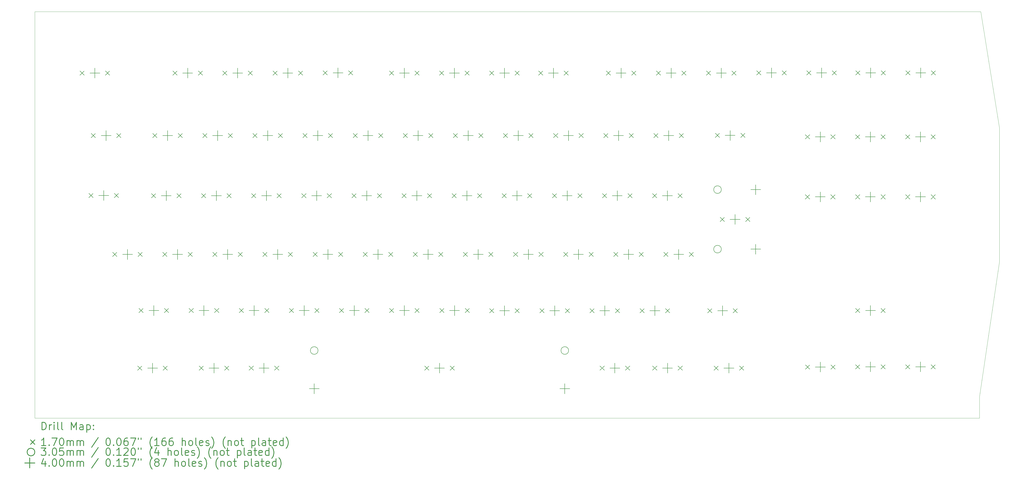
<source format=gbr>
%FSLAX45Y45*%
G04 Gerber Fmt 4.5, Leading zero omitted, Abs format (unit mm)*
G04 Created by KiCad (PCBNEW 5.1.6-c6e7f7d~87~ubuntu20.04.1) date 2020-07-24 11:55:57*
%MOMM*%
%LPD*%
G01*
G04 APERTURE LIST*
%TA.AperFunction,Profile*%
%ADD10C,0.050000*%
%TD*%
%ADD11C,0.200000*%
%ADD12C,0.300000*%
G04 APERTURE END LIST*
D10*
X2500000Y-22350000D02*
X2500000Y-21500000D01*
X40200000Y-21500000D02*
X40200000Y-22350000D01*
X41000000Y-16100000D02*
X40200000Y-21500000D01*
X41000000Y-10750000D02*
X41000000Y-16100000D01*
X40250000Y-6100000D02*
X41000000Y-10750000D01*
X2500000Y-22350000D02*
X40200000Y-22350000D01*
X40250000Y-6100000D02*
X2500000Y-6100000D01*
X2500000Y-6100000D02*
X2500000Y-21500000D01*
D11*
X29657000Y-10965000D02*
X29827000Y-11135000D01*
X29827000Y-10965000D02*
X29657000Y-11135000D01*
X30673000Y-10965000D02*
X30843000Y-11135000D01*
X30843000Y-10965000D02*
X30673000Y-11135000D01*
X33253000Y-11023000D02*
X33423000Y-11193000D01*
X33423000Y-11023000D02*
X33253000Y-11193000D01*
X34269000Y-11023000D02*
X34439000Y-11193000D01*
X34439000Y-11023000D02*
X34269000Y-11193000D01*
X13603000Y-15723000D02*
X13773000Y-15893000D01*
X13773000Y-15723000D02*
X13603000Y-15893000D01*
X14619000Y-15723000D02*
X14789000Y-15893000D01*
X14789000Y-15723000D02*
X14619000Y-15893000D01*
X17603000Y-15723000D02*
X17773000Y-15893000D01*
X17773000Y-15723000D02*
X17603000Y-15893000D01*
X18619000Y-15723000D02*
X18789000Y-15893000D01*
X18789000Y-15723000D02*
X18619000Y-15893000D01*
X23153000Y-13373000D02*
X23323000Y-13543000D01*
X23323000Y-13373000D02*
X23153000Y-13543000D01*
X24169000Y-13373000D02*
X24339000Y-13543000D01*
X24339000Y-13373000D02*
X24169000Y-13543000D01*
X13153000Y-13373000D02*
X13323000Y-13543000D01*
X13323000Y-13373000D02*
X13153000Y-13543000D01*
X14169000Y-13373000D02*
X14339000Y-13543000D01*
X14339000Y-13373000D02*
X14169000Y-13543000D01*
X6607000Y-20265000D02*
X6777000Y-20435000D01*
X6777000Y-20265000D02*
X6607000Y-20435000D01*
X7623000Y-20265000D02*
X7793000Y-20435000D01*
X7793000Y-20265000D02*
X7623000Y-20435000D01*
X20653000Y-17973000D02*
X20823000Y-18143000D01*
X20823000Y-17973000D02*
X20653000Y-18143000D01*
X21669000Y-17973000D02*
X21839000Y-18143000D01*
X21839000Y-17973000D02*
X21669000Y-18143000D01*
X27203000Y-10973000D02*
X27373000Y-11143000D01*
X27373000Y-10973000D02*
X27203000Y-11143000D01*
X28219000Y-10973000D02*
X28389000Y-11143000D01*
X28389000Y-10973000D02*
X28219000Y-11143000D01*
X11153000Y-13373000D02*
X11323000Y-13543000D01*
X11323000Y-13373000D02*
X11153000Y-13543000D01*
X12169000Y-13373000D02*
X12339000Y-13543000D01*
X12339000Y-13373000D02*
X12169000Y-13543000D01*
X10657000Y-17965000D02*
X10827000Y-18135000D01*
X10827000Y-17965000D02*
X10657000Y-18135000D01*
X11673000Y-17965000D02*
X11843000Y-18135000D01*
X11843000Y-17965000D02*
X11673000Y-18135000D01*
X15153000Y-13373000D02*
X15323000Y-13543000D01*
X15323000Y-13373000D02*
X15153000Y-13543000D01*
X16169000Y-13373000D02*
X16339000Y-13543000D01*
X16339000Y-13373000D02*
X16169000Y-13543000D01*
X29607000Y-20265000D02*
X29777000Y-20435000D01*
X29777000Y-20265000D02*
X29607000Y-20435000D01*
X30623000Y-20265000D02*
X30793000Y-20435000D01*
X30793000Y-20265000D02*
X30623000Y-20435000D01*
X7153000Y-13373000D02*
X7323000Y-13543000D01*
X7323000Y-13373000D02*
X7153000Y-13543000D01*
X8169000Y-13373000D02*
X8339000Y-13543000D01*
X8339000Y-13373000D02*
X8169000Y-13543000D01*
X8007000Y-8473000D02*
X8177000Y-8643000D01*
X8177000Y-8473000D02*
X8007000Y-8643000D01*
X9023000Y-8473000D02*
X9193000Y-8643000D01*
X9193000Y-8473000D02*
X9023000Y-8643000D01*
X4303000Y-8473000D02*
X4473000Y-8643000D01*
X4473000Y-8473000D02*
X4303000Y-8643000D01*
X5319000Y-8473000D02*
X5489000Y-8643000D01*
X5489000Y-8473000D02*
X5319000Y-8643000D01*
X9603000Y-15723000D02*
X9773000Y-15893000D01*
X9773000Y-15723000D02*
X9603000Y-15893000D01*
X10619000Y-15723000D02*
X10789000Y-15893000D01*
X10789000Y-15723000D02*
X10619000Y-15893000D01*
X21203000Y-10973000D02*
X21373000Y-11143000D01*
X21373000Y-10973000D02*
X21203000Y-11143000D01*
X22219000Y-10973000D02*
X22389000Y-11143000D01*
X22389000Y-10973000D02*
X22219000Y-11143000D01*
X23203000Y-10973000D02*
X23373000Y-11143000D01*
X23373000Y-10973000D02*
X23203000Y-11143000D01*
X24219000Y-10973000D02*
X24389000Y-11143000D01*
X24389000Y-10973000D02*
X24219000Y-11143000D01*
X12657000Y-17965000D02*
X12827000Y-18135000D01*
X12827000Y-17965000D02*
X12657000Y-18135000D01*
X13673000Y-17965000D02*
X13843000Y-18135000D01*
X13843000Y-17965000D02*
X13673000Y-18135000D01*
X37265000Y-8465000D02*
X37435000Y-8635000D01*
X37435000Y-8465000D02*
X37265000Y-8635000D01*
X38281000Y-8465000D02*
X38451000Y-8635000D01*
X38451000Y-8465000D02*
X38281000Y-8635000D01*
X37257000Y-20215000D02*
X37427000Y-20385000D01*
X37427000Y-20215000D02*
X37257000Y-20385000D01*
X38273000Y-20215000D02*
X38443000Y-20385000D01*
X38443000Y-20215000D02*
X38273000Y-20385000D01*
X33253000Y-13423000D02*
X33423000Y-13593000D01*
X33423000Y-13423000D02*
X33253000Y-13593000D01*
X34269000Y-13423000D02*
X34439000Y-13593000D01*
X34439000Y-13423000D02*
X34269000Y-13593000D01*
X18657000Y-17965000D02*
X18827000Y-18135000D01*
X18827000Y-17965000D02*
X18657000Y-18135000D01*
X19673000Y-17965000D02*
X19843000Y-18135000D01*
X19843000Y-17965000D02*
X19673000Y-18135000D01*
X33257000Y-20223000D02*
X33427000Y-20393000D01*
X33427000Y-20223000D02*
X33257000Y-20393000D01*
X34273000Y-20223000D02*
X34443000Y-20393000D01*
X34443000Y-20223000D02*
X34273000Y-20393000D01*
X4753000Y-10973000D02*
X4923000Y-11143000D01*
X4923000Y-10973000D02*
X4753000Y-11143000D01*
X5769000Y-10973000D02*
X5939000Y-11143000D01*
X5939000Y-10973000D02*
X5769000Y-11143000D01*
X5607000Y-15723000D02*
X5777000Y-15893000D01*
X5777000Y-15723000D02*
X5607000Y-15893000D01*
X6623000Y-15723000D02*
X6793000Y-15893000D01*
X6793000Y-15723000D02*
X6623000Y-15893000D01*
X15603000Y-15723000D02*
X15773000Y-15893000D01*
X15773000Y-15723000D02*
X15603000Y-15893000D01*
X16619000Y-15723000D02*
X16789000Y-15893000D01*
X16789000Y-15723000D02*
X16619000Y-15893000D01*
X35265000Y-8465000D02*
X35435000Y-8635000D01*
X35435000Y-8465000D02*
X35265000Y-8635000D01*
X36281000Y-8465000D02*
X36451000Y-8635000D01*
X36451000Y-8465000D02*
X36281000Y-8635000D01*
X27603000Y-15723000D02*
X27773000Y-15893000D01*
X27773000Y-15723000D02*
X27603000Y-15893000D01*
X28619000Y-15723000D02*
X28789000Y-15893000D01*
X28789000Y-15723000D02*
X28619000Y-15893000D01*
X25153000Y-13373000D02*
X25323000Y-13543000D01*
X25323000Y-13373000D02*
X25153000Y-13543000D01*
X26169000Y-13373000D02*
X26339000Y-13543000D01*
X26339000Y-13373000D02*
X26169000Y-13543000D01*
X9203000Y-10973000D02*
X9373000Y-11143000D01*
X9373000Y-10973000D02*
X9203000Y-11143000D01*
X10219000Y-10973000D02*
X10389000Y-11143000D01*
X10389000Y-10973000D02*
X10219000Y-11143000D01*
X24653000Y-17973000D02*
X24823000Y-18143000D01*
X24823000Y-17973000D02*
X24653000Y-18143000D01*
X25669000Y-17973000D02*
X25839000Y-18143000D01*
X25839000Y-17973000D02*
X25669000Y-18143000D01*
X26653000Y-17973000D02*
X26823000Y-18143000D01*
X26823000Y-17973000D02*
X26653000Y-18143000D01*
X27669000Y-17973000D02*
X27839000Y-18143000D01*
X27839000Y-17973000D02*
X27669000Y-18143000D01*
X15203000Y-10973000D02*
X15373000Y-11143000D01*
X15373000Y-10973000D02*
X15203000Y-11143000D01*
X16219000Y-10973000D02*
X16389000Y-11143000D01*
X16389000Y-10973000D02*
X16219000Y-11143000D01*
X19603000Y-15723000D02*
X19773000Y-15893000D01*
X19773000Y-15723000D02*
X19603000Y-15893000D01*
X20619000Y-15723000D02*
X20789000Y-15893000D01*
X20789000Y-15723000D02*
X20619000Y-15893000D01*
X4657000Y-13365000D02*
X4827000Y-13535000D01*
X4827000Y-13365000D02*
X4657000Y-13535000D01*
X5673000Y-13365000D02*
X5843000Y-13535000D01*
X5843000Y-13365000D02*
X5673000Y-13535000D01*
X37253000Y-13423000D02*
X37423000Y-13593000D01*
X37423000Y-13423000D02*
X37253000Y-13593000D01*
X38269000Y-13423000D02*
X38439000Y-13593000D01*
X38439000Y-13423000D02*
X38269000Y-13593000D01*
X17203000Y-10973000D02*
X17373000Y-11143000D01*
X17373000Y-10973000D02*
X17203000Y-11143000D01*
X18219000Y-10973000D02*
X18389000Y-11143000D01*
X18389000Y-10973000D02*
X18219000Y-11143000D01*
X35257000Y-17965000D02*
X35427000Y-18135000D01*
X35427000Y-17965000D02*
X35257000Y-18135000D01*
X36273000Y-17965000D02*
X36443000Y-18135000D01*
X36443000Y-17965000D02*
X36273000Y-18135000D01*
X18653000Y-8473000D02*
X18823000Y-8643000D01*
X18823000Y-8473000D02*
X18653000Y-8643000D01*
X19669000Y-8473000D02*
X19839000Y-8643000D01*
X19839000Y-8473000D02*
X19669000Y-8643000D01*
X20653000Y-8473000D02*
X20823000Y-8643000D01*
X20823000Y-8473000D02*
X20653000Y-8643000D01*
X21669000Y-8473000D02*
X21839000Y-8643000D01*
X21839000Y-8473000D02*
X21669000Y-8643000D01*
X11203000Y-10973000D02*
X11373000Y-11143000D01*
X11373000Y-10973000D02*
X11203000Y-11143000D01*
X12219000Y-10973000D02*
X12389000Y-11143000D01*
X12389000Y-10973000D02*
X12219000Y-11143000D01*
X25303000Y-8473000D02*
X25473000Y-8643000D01*
X25473000Y-8473000D02*
X25303000Y-8643000D01*
X26319000Y-8473000D02*
X26489000Y-8643000D01*
X26489000Y-8473000D02*
X26319000Y-8643000D01*
X22603000Y-8473000D02*
X22773000Y-8643000D01*
X22773000Y-8473000D02*
X22603000Y-8643000D01*
X23619000Y-8473000D02*
X23789000Y-8643000D01*
X23789000Y-8473000D02*
X23619000Y-8643000D01*
X16657000Y-17965000D02*
X16827000Y-18135000D01*
X16827000Y-17965000D02*
X16657000Y-18135000D01*
X17673000Y-17965000D02*
X17843000Y-18135000D01*
X17843000Y-17965000D02*
X17673000Y-18135000D01*
X31307000Y-8465000D02*
X31477000Y-8635000D01*
X31477000Y-8465000D02*
X31307000Y-8635000D01*
X32323000Y-8465000D02*
X32493000Y-8635000D01*
X32493000Y-8465000D02*
X32323000Y-8635000D01*
X7207000Y-10973000D02*
X7377000Y-11143000D01*
X7377000Y-10973000D02*
X7207000Y-11143000D01*
X8223000Y-10973000D02*
X8393000Y-11143000D01*
X8393000Y-10973000D02*
X8223000Y-11143000D01*
X16657000Y-8473000D02*
X16827000Y-8643000D01*
X16827000Y-8473000D02*
X16657000Y-8643000D01*
X17673000Y-8473000D02*
X17843000Y-8643000D01*
X17843000Y-8473000D02*
X17673000Y-8643000D01*
X27157000Y-20265000D02*
X27327000Y-20435000D01*
X27327000Y-20265000D02*
X27157000Y-20435000D01*
X28173000Y-20265000D02*
X28343000Y-20435000D01*
X28343000Y-20265000D02*
X28173000Y-20435000D01*
X35253000Y-11023000D02*
X35423000Y-11193000D01*
X35423000Y-11023000D02*
X35253000Y-11193000D01*
X36269000Y-11023000D02*
X36439000Y-11193000D01*
X36439000Y-11023000D02*
X36269000Y-11193000D01*
X8657000Y-17965000D02*
X8827000Y-18135000D01*
X8827000Y-17965000D02*
X8657000Y-18135000D01*
X9673000Y-17965000D02*
X9843000Y-18135000D01*
X9843000Y-17965000D02*
X9673000Y-18135000D01*
X33307000Y-8465000D02*
X33477000Y-8635000D01*
X33477000Y-8465000D02*
X33307000Y-8635000D01*
X34323000Y-8465000D02*
X34493000Y-8635000D01*
X34493000Y-8465000D02*
X34323000Y-8635000D01*
X21603000Y-15723000D02*
X21773000Y-15893000D01*
X21773000Y-15723000D02*
X21603000Y-15893000D01*
X22619000Y-15723000D02*
X22789000Y-15893000D01*
X22789000Y-15723000D02*
X22619000Y-15893000D01*
X11053000Y-20265000D02*
X11223000Y-20435000D01*
X11223000Y-20265000D02*
X11053000Y-20435000D01*
X12069000Y-20265000D02*
X12239000Y-20435000D01*
X12239000Y-20265000D02*
X12069000Y-20435000D01*
X27153000Y-13373000D02*
X27323000Y-13543000D01*
X27323000Y-13373000D02*
X27153000Y-13543000D01*
X28169000Y-13373000D02*
X28339000Y-13543000D01*
X28339000Y-13373000D02*
X28169000Y-13543000D01*
X7603000Y-15723000D02*
X7773000Y-15893000D01*
X7773000Y-15723000D02*
X7603000Y-15893000D01*
X8619000Y-15723000D02*
X8789000Y-15893000D01*
X8789000Y-15723000D02*
X8619000Y-15893000D01*
X29853000Y-14323000D02*
X30023000Y-14493000D01*
X30023000Y-14323000D02*
X29853000Y-14493000D01*
X30869000Y-14323000D02*
X31039000Y-14493000D01*
X31039000Y-14323000D02*
X30869000Y-14493000D01*
X12003000Y-8473000D02*
X12173000Y-8643000D01*
X12173000Y-8473000D02*
X12003000Y-8643000D01*
X13019000Y-8473000D02*
X13189000Y-8643000D01*
X13189000Y-8473000D02*
X13019000Y-8643000D01*
X14007000Y-8465000D02*
X14177000Y-8635000D01*
X14177000Y-8465000D02*
X14007000Y-8635000D01*
X15023000Y-8465000D02*
X15193000Y-8635000D01*
X15193000Y-8465000D02*
X15023000Y-8635000D01*
X19203000Y-10973000D02*
X19373000Y-11143000D01*
X19373000Y-10973000D02*
X19203000Y-11143000D01*
X20219000Y-10973000D02*
X20389000Y-11143000D01*
X20389000Y-10973000D02*
X20219000Y-11143000D01*
X25057000Y-20265000D02*
X25227000Y-20435000D01*
X25227000Y-20265000D02*
X25057000Y-20435000D01*
X26073000Y-20265000D02*
X26243000Y-20435000D01*
X26243000Y-20265000D02*
X26073000Y-20435000D01*
X37253000Y-11023000D02*
X37423000Y-11193000D01*
X37423000Y-11023000D02*
X37253000Y-11193000D01*
X38269000Y-11023000D02*
X38439000Y-11193000D01*
X38439000Y-11023000D02*
X38269000Y-11193000D01*
X29307000Y-8473000D02*
X29477000Y-8643000D01*
X29477000Y-8473000D02*
X29307000Y-8643000D01*
X30323000Y-8473000D02*
X30493000Y-8643000D01*
X30493000Y-8473000D02*
X30323000Y-8643000D01*
X29357000Y-17973000D02*
X29527000Y-18143000D01*
X29527000Y-17973000D02*
X29357000Y-18143000D01*
X30373000Y-17973000D02*
X30543000Y-18143000D01*
X30543000Y-17973000D02*
X30373000Y-18143000D01*
X27303000Y-8473000D02*
X27473000Y-8643000D01*
X27473000Y-8473000D02*
X27303000Y-8643000D01*
X28319000Y-8473000D02*
X28489000Y-8643000D01*
X28489000Y-8473000D02*
X28319000Y-8643000D01*
X9153000Y-13373000D02*
X9323000Y-13543000D01*
X9323000Y-13373000D02*
X9153000Y-13543000D01*
X10169000Y-13373000D02*
X10339000Y-13543000D01*
X10339000Y-13373000D02*
X10169000Y-13543000D01*
X19153000Y-13373000D02*
X19323000Y-13543000D01*
X19323000Y-13373000D02*
X19153000Y-13543000D01*
X20169000Y-13373000D02*
X20339000Y-13543000D01*
X20339000Y-13373000D02*
X20169000Y-13543000D01*
X25203000Y-10973000D02*
X25373000Y-11143000D01*
X25373000Y-10973000D02*
X25203000Y-11143000D01*
X26219000Y-10973000D02*
X26389000Y-11143000D01*
X26389000Y-10973000D02*
X26219000Y-11143000D01*
X35253000Y-13423000D02*
X35423000Y-13593000D01*
X35423000Y-13423000D02*
X35253000Y-13593000D01*
X36269000Y-13423000D02*
X36439000Y-13593000D01*
X36439000Y-13423000D02*
X36269000Y-13593000D01*
X18057000Y-20265000D02*
X18227000Y-20435000D01*
X18227000Y-20265000D02*
X18057000Y-20435000D01*
X19073000Y-20265000D02*
X19243000Y-20435000D01*
X19243000Y-20265000D02*
X19073000Y-20435000D01*
X14657000Y-17965000D02*
X14827000Y-18135000D01*
X14827000Y-17965000D02*
X14657000Y-18135000D01*
X15673000Y-17965000D02*
X15843000Y-18135000D01*
X15843000Y-17965000D02*
X15673000Y-18135000D01*
X23603000Y-15723000D02*
X23773000Y-15893000D01*
X23773000Y-15723000D02*
X23603000Y-15893000D01*
X24619000Y-15723000D02*
X24789000Y-15893000D01*
X24789000Y-15723000D02*
X24619000Y-15893000D01*
X22653000Y-17973000D02*
X22823000Y-18143000D01*
X22823000Y-17973000D02*
X22653000Y-18143000D01*
X23669000Y-17973000D02*
X23839000Y-18143000D01*
X23839000Y-17973000D02*
X23669000Y-18143000D01*
X9057000Y-20265000D02*
X9227000Y-20435000D01*
X9227000Y-20265000D02*
X9057000Y-20435000D01*
X10073000Y-20265000D02*
X10243000Y-20435000D01*
X10243000Y-20265000D02*
X10073000Y-20435000D01*
X6657000Y-17965000D02*
X6827000Y-18135000D01*
X6827000Y-17965000D02*
X6657000Y-18135000D01*
X7673000Y-17965000D02*
X7843000Y-18135000D01*
X7843000Y-17965000D02*
X7673000Y-18135000D01*
X13203000Y-10973000D02*
X13373000Y-11143000D01*
X13373000Y-10973000D02*
X13203000Y-11143000D01*
X14219000Y-10973000D02*
X14389000Y-11143000D01*
X14389000Y-10973000D02*
X14219000Y-11143000D01*
X25603000Y-15723000D02*
X25773000Y-15893000D01*
X25773000Y-15723000D02*
X25603000Y-15893000D01*
X26619000Y-15723000D02*
X26789000Y-15893000D01*
X26789000Y-15723000D02*
X26619000Y-15893000D01*
X17153000Y-13373000D02*
X17323000Y-13543000D01*
X17323000Y-13373000D02*
X17153000Y-13543000D01*
X18169000Y-13373000D02*
X18339000Y-13543000D01*
X18339000Y-13373000D02*
X18169000Y-13543000D01*
X35257000Y-20215000D02*
X35427000Y-20385000D01*
X35427000Y-20215000D02*
X35257000Y-20385000D01*
X36273000Y-20215000D02*
X36443000Y-20385000D01*
X36443000Y-20215000D02*
X36273000Y-20385000D01*
X11603000Y-15723000D02*
X11773000Y-15893000D01*
X11773000Y-15723000D02*
X11603000Y-15893000D01*
X12619000Y-15723000D02*
X12789000Y-15893000D01*
X12789000Y-15723000D02*
X12619000Y-15893000D01*
X21153000Y-13373000D02*
X21323000Y-13543000D01*
X21323000Y-13373000D02*
X21153000Y-13543000D01*
X22169000Y-13373000D02*
X22339000Y-13543000D01*
X22339000Y-13373000D02*
X22169000Y-13543000D01*
X10003000Y-8473000D02*
X10173000Y-8643000D01*
X10173000Y-8473000D02*
X10003000Y-8643000D01*
X11019000Y-8473000D02*
X11189000Y-8643000D01*
X11189000Y-8473000D02*
X11019000Y-8643000D01*
X29898500Y-13218000D02*
G75*
G03*
X29898500Y-13218000I-152500J0D01*
G01*
X29898500Y-15598000D02*
G75*
G03*
X29898500Y-15598000I-152500J0D01*
G01*
X13802500Y-19650000D02*
G75*
G03*
X13802500Y-19650000I-152500J0D01*
G01*
X23802500Y-19650000D02*
G75*
G03*
X23802500Y-19650000I-152500J0D01*
G01*
X31900000Y-8350000D02*
X31900000Y-8750000D01*
X31700000Y-8550000D02*
X32100000Y-8550000D01*
X7800000Y-10858000D02*
X7800000Y-11258000D01*
X7600000Y-11058000D02*
X8000000Y-11058000D01*
X17250000Y-8358000D02*
X17250000Y-8758000D01*
X17050000Y-8558000D02*
X17450000Y-8558000D01*
X27750000Y-20150000D02*
X27750000Y-20550000D01*
X27550000Y-20350000D02*
X27950000Y-20350000D01*
X35846000Y-10908000D02*
X35846000Y-11308000D01*
X35646000Y-11108000D02*
X36046000Y-11108000D01*
X9250000Y-17850000D02*
X9250000Y-18250000D01*
X9050000Y-18050000D02*
X9450000Y-18050000D01*
X33900000Y-8350000D02*
X33900000Y-8750000D01*
X33700000Y-8550000D02*
X34100000Y-8550000D01*
X22196000Y-15608000D02*
X22196000Y-16008000D01*
X21996000Y-15808000D02*
X22396000Y-15808000D01*
X11646000Y-20150000D02*
X11646000Y-20550000D01*
X11446000Y-20350000D02*
X11846000Y-20350000D01*
X27746000Y-13258000D02*
X27746000Y-13658000D01*
X27546000Y-13458000D02*
X27946000Y-13458000D01*
X8196000Y-15608000D02*
X8196000Y-16008000D01*
X7996000Y-15808000D02*
X8396000Y-15808000D01*
X30446000Y-14208000D02*
X30446000Y-14608000D01*
X30246000Y-14408000D02*
X30646000Y-14408000D01*
X31270000Y-13018000D02*
X31270000Y-13418000D01*
X31070000Y-13218000D02*
X31470000Y-13218000D01*
X31270000Y-15398000D02*
X31270000Y-15798000D01*
X31070000Y-15598000D02*
X31470000Y-15598000D01*
X12596000Y-8358000D02*
X12596000Y-8758000D01*
X12396000Y-8558000D02*
X12796000Y-8558000D01*
X14600000Y-8350000D02*
X14600000Y-8750000D01*
X14400000Y-8550000D02*
X14800000Y-8550000D01*
X19796000Y-10858000D02*
X19796000Y-11258000D01*
X19596000Y-11058000D02*
X19996000Y-11058000D01*
X25650000Y-20150000D02*
X25650000Y-20550000D01*
X25450000Y-20350000D02*
X25850000Y-20350000D01*
X37846000Y-10908000D02*
X37846000Y-11308000D01*
X37646000Y-11108000D02*
X38046000Y-11108000D01*
X29900000Y-8358000D02*
X29900000Y-8758000D01*
X29700000Y-8558000D02*
X30100000Y-8558000D01*
X29950000Y-17858000D02*
X29950000Y-18258000D01*
X29750000Y-18058000D02*
X30150000Y-18058000D01*
X27896000Y-8358000D02*
X27896000Y-8758000D01*
X27696000Y-8558000D02*
X28096000Y-8558000D01*
X9746000Y-13258000D02*
X9746000Y-13658000D01*
X9546000Y-13458000D02*
X9946000Y-13458000D01*
X19746000Y-13258000D02*
X19746000Y-13658000D01*
X19546000Y-13458000D02*
X19946000Y-13458000D01*
X25796000Y-10858000D02*
X25796000Y-11258000D01*
X25596000Y-11058000D02*
X25996000Y-11058000D01*
X35846000Y-13308000D02*
X35846000Y-13708000D01*
X35646000Y-13508000D02*
X36046000Y-13508000D01*
X13650000Y-20974000D02*
X13650000Y-21374000D01*
X13450000Y-21174000D02*
X13850000Y-21174000D01*
X18650000Y-20150000D02*
X18650000Y-20550000D01*
X18450000Y-20350000D02*
X18850000Y-20350000D01*
X23650000Y-20974000D02*
X23650000Y-21374000D01*
X23450000Y-21174000D02*
X23850000Y-21174000D01*
X15250000Y-17850000D02*
X15250000Y-18250000D01*
X15050000Y-18050000D02*
X15450000Y-18050000D01*
X24196000Y-15608000D02*
X24196000Y-16008000D01*
X23996000Y-15808000D02*
X24396000Y-15808000D01*
X23246000Y-17858000D02*
X23246000Y-18258000D01*
X23046000Y-18058000D02*
X23446000Y-18058000D01*
X9650000Y-20150000D02*
X9650000Y-20550000D01*
X9450000Y-20350000D02*
X9850000Y-20350000D01*
X7250000Y-17850000D02*
X7250000Y-18250000D01*
X7050000Y-18050000D02*
X7450000Y-18050000D01*
X13796000Y-10858000D02*
X13796000Y-11258000D01*
X13596000Y-11058000D02*
X13996000Y-11058000D01*
X26196000Y-15608000D02*
X26196000Y-16008000D01*
X25996000Y-15808000D02*
X26396000Y-15808000D01*
X17746000Y-13258000D02*
X17746000Y-13658000D01*
X17546000Y-13458000D02*
X17946000Y-13458000D01*
X35850000Y-20100000D02*
X35850000Y-20500000D01*
X35650000Y-20300000D02*
X36050000Y-20300000D01*
X12196000Y-15608000D02*
X12196000Y-16008000D01*
X11996000Y-15808000D02*
X12396000Y-15808000D01*
X21746000Y-13258000D02*
X21746000Y-13658000D01*
X21546000Y-13458000D02*
X21946000Y-13458000D01*
X10596000Y-8358000D02*
X10596000Y-8758000D01*
X10396000Y-8558000D02*
X10796000Y-8558000D01*
X30250000Y-10850000D02*
X30250000Y-11250000D01*
X30050000Y-11050000D02*
X30450000Y-11050000D01*
X33846000Y-10908000D02*
X33846000Y-11308000D01*
X33646000Y-11108000D02*
X34046000Y-11108000D01*
X14196000Y-15608000D02*
X14196000Y-16008000D01*
X13996000Y-15808000D02*
X14396000Y-15808000D01*
X18196000Y-15608000D02*
X18196000Y-16008000D01*
X17996000Y-15808000D02*
X18396000Y-15808000D01*
X23746000Y-13258000D02*
X23746000Y-13658000D01*
X23546000Y-13458000D02*
X23946000Y-13458000D01*
X13746000Y-13258000D02*
X13746000Y-13658000D01*
X13546000Y-13458000D02*
X13946000Y-13458000D01*
X7200000Y-20150000D02*
X7200000Y-20550000D01*
X7000000Y-20350000D02*
X7400000Y-20350000D01*
X21246000Y-17858000D02*
X21246000Y-18258000D01*
X21046000Y-18058000D02*
X21446000Y-18058000D01*
X27796000Y-10858000D02*
X27796000Y-11258000D01*
X27596000Y-11058000D02*
X27996000Y-11058000D01*
X11746000Y-13258000D02*
X11746000Y-13658000D01*
X11546000Y-13458000D02*
X11946000Y-13458000D01*
X11250000Y-17850000D02*
X11250000Y-18250000D01*
X11050000Y-18050000D02*
X11450000Y-18050000D01*
X15746000Y-13258000D02*
X15746000Y-13658000D01*
X15546000Y-13458000D02*
X15946000Y-13458000D01*
X30200000Y-20150000D02*
X30200000Y-20550000D01*
X30000000Y-20350000D02*
X30400000Y-20350000D01*
X7746000Y-13258000D02*
X7746000Y-13658000D01*
X7546000Y-13458000D02*
X7946000Y-13458000D01*
X8600000Y-8358000D02*
X8600000Y-8758000D01*
X8400000Y-8558000D02*
X8800000Y-8558000D01*
X4896000Y-8358000D02*
X4896000Y-8758000D01*
X4696000Y-8558000D02*
X5096000Y-8558000D01*
X10196000Y-15608000D02*
X10196000Y-16008000D01*
X9996000Y-15808000D02*
X10396000Y-15808000D01*
X21796000Y-10858000D02*
X21796000Y-11258000D01*
X21596000Y-11058000D02*
X21996000Y-11058000D01*
X23796000Y-10858000D02*
X23796000Y-11258000D01*
X23596000Y-11058000D02*
X23996000Y-11058000D01*
X13250000Y-17850000D02*
X13250000Y-18250000D01*
X13050000Y-18050000D02*
X13450000Y-18050000D01*
X37858000Y-8350000D02*
X37858000Y-8750000D01*
X37658000Y-8550000D02*
X38058000Y-8550000D01*
X37850000Y-20100000D02*
X37850000Y-20500000D01*
X37650000Y-20300000D02*
X38050000Y-20300000D01*
X33846000Y-13308000D02*
X33846000Y-13708000D01*
X33646000Y-13508000D02*
X34046000Y-13508000D01*
X19250000Y-17850000D02*
X19250000Y-18250000D01*
X19050000Y-18050000D02*
X19450000Y-18050000D01*
X33850000Y-20108000D02*
X33850000Y-20508000D01*
X33650000Y-20308000D02*
X34050000Y-20308000D01*
X5346000Y-10858000D02*
X5346000Y-11258000D01*
X5146000Y-11058000D02*
X5546000Y-11058000D01*
X6200000Y-15608000D02*
X6200000Y-16008000D01*
X6000000Y-15808000D02*
X6400000Y-15808000D01*
X16196000Y-15608000D02*
X16196000Y-16008000D01*
X15996000Y-15808000D02*
X16396000Y-15808000D01*
X35858000Y-8350000D02*
X35858000Y-8750000D01*
X35658000Y-8550000D02*
X36058000Y-8550000D01*
X28196000Y-15608000D02*
X28196000Y-16008000D01*
X27996000Y-15808000D02*
X28396000Y-15808000D01*
X25746000Y-13258000D02*
X25746000Y-13658000D01*
X25546000Y-13458000D02*
X25946000Y-13458000D01*
X9796000Y-10858000D02*
X9796000Y-11258000D01*
X9596000Y-11058000D02*
X9996000Y-11058000D01*
X25246000Y-17858000D02*
X25246000Y-18258000D01*
X25046000Y-18058000D02*
X25446000Y-18058000D01*
X27246000Y-17858000D02*
X27246000Y-18258000D01*
X27046000Y-18058000D02*
X27446000Y-18058000D01*
X15796000Y-10858000D02*
X15796000Y-11258000D01*
X15596000Y-11058000D02*
X15996000Y-11058000D01*
X20196000Y-15608000D02*
X20196000Y-16008000D01*
X19996000Y-15808000D02*
X20396000Y-15808000D01*
X5250000Y-13250000D02*
X5250000Y-13650000D01*
X5050000Y-13450000D02*
X5450000Y-13450000D01*
X37846000Y-13308000D02*
X37846000Y-13708000D01*
X37646000Y-13508000D02*
X38046000Y-13508000D01*
X17796000Y-10858000D02*
X17796000Y-11258000D01*
X17596000Y-11058000D02*
X17996000Y-11058000D01*
X35850000Y-17850000D02*
X35850000Y-18250000D01*
X35650000Y-18050000D02*
X36050000Y-18050000D01*
X19246000Y-8358000D02*
X19246000Y-8758000D01*
X19046000Y-8558000D02*
X19446000Y-8558000D01*
X21246000Y-8358000D02*
X21246000Y-8758000D01*
X21046000Y-8558000D02*
X21446000Y-8558000D01*
X11796000Y-10858000D02*
X11796000Y-11258000D01*
X11596000Y-11058000D02*
X11996000Y-11058000D01*
X25896000Y-8358000D02*
X25896000Y-8758000D01*
X25696000Y-8558000D02*
X26096000Y-8558000D01*
X23196000Y-8358000D02*
X23196000Y-8758000D01*
X22996000Y-8558000D02*
X23396000Y-8558000D01*
X17250000Y-17850000D02*
X17250000Y-18250000D01*
X17050000Y-18050000D02*
X17450000Y-18050000D01*
D12*
X2783928Y-22818214D02*
X2783928Y-22518214D01*
X2855357Y-22518214D01*
X2898214Y-22532500D01*
X2926786Y-22561071D01*
X2941071Y-22589643D01*
X2955357Y-22646786D01*
X2955357Y-22689643D01*
X2941071Y-22746786D01*
X2926786Y-22775357D01*
X2898214Y-22803929D01*
X2855357Y-22818214D01*
X2783928Y-22818214D01*
X3083928Y-22818214D02*
X3083928Y-22618214D01*
X3083928Y-22675357D02*
X3098214Y-22646786D01*
X3112500Y-22632500D01*
X3141071Y-22618214D01*
X3169643Y-22618214D01*
X3269643Y-22818214D02*
X3269643Y-22618214D01*
X3269643Y-22518214D02*
X3255357Y-22532500D01*
X3269643Y-22546786D01*
X3283928Y-22532500D01*
X3269643Y-22518214D01*
X3269643Y-22546786D01*
X3455357Y-22818214D02*
X3426786Y-22803929D01*
X3412500Y-22775357D01*
X3412500Y-22518214D01*
X3612500Y-22818214D02*
X3583928Y-22803929D01*
X3569643Y-22775357D01*
X3569643Y-22518214D01*
X3955357Y-22818214D02*
X3955357Y-22518214D01*
X4055357Y-22732500D01*
X4155357Y-22518214D01*
X4155357Y-22818214D01*
X4426786Y-22818214D02*
X4426786Y-22661071D01*
X4412500Y-22632500D01*
X4383928Y-22618214D01*
X4326786Y-22618214D01*
X4298214Y-22632500D01*
X4426786Y-22803929D02*
X4398214Y-22818214D01*
X4326786Y-22818214D01*
X4298214Y-22803929D01*
X4283928Y-22775357D01*
X4283928Y-22746786D01*
X4298214Y-22718214D01*
X4326786Y-22703929D01*
X4398214Y-22703929D01*
X4426786Y-22689643D01*
X4569643Y-22618214D02*
X4569643Y-22918214D01*
X4569643Y-22632500D02*
X4598214Y-22618214D01*
X4655357Y-22618214D01*
X4683928Y-22632500D01*
X4698214Y-22646786D01*
X4712500Y-22675357D01*
X4712500Y-22761071D01*
X4698214Y-22789643D01*
X4683928Y-22803929D01*
X4655357Y-22818214D01*
X4598214Y-22818214D01*
X4569643Y-22803929D01*
X4841071Y-22789643D02*
X4855357Y-22803929D01*
X4841071Y-22818214D01*
X4826786Y-22803929D01*
X4841071Y-22789643D01*
X4841071Y-22818214D01*
X4841071Y-22632500D02*
X4855357Y-22646786D01*
X4841071Y-22661071D01*
X4826786Y-22646786D01*
X4841071Y-22632500D01*
X4841071Y-22661071D01*
X2327500Y-23227500D02*
X2497500Y-23397500D01*
X2497500Y-23227500D02*
X2327500Y-23397500D01*
X2941071Y-23448214D02*
X2769643Y-23448214D01*
X2855357Y-23448214D02*
X2855357Y-23148214D01*
X2826786Y-23191071D01*
X2798214Y-23219643D01*
X2769643Y-23233929D01*
X3069643Y-23419643D02*
X3083928Y-23433929D01*
X3069643Y-23448214D01*
X3055357Y-23433929D01*
X3069643Y-23419643D01*
X3069643Y-23448214D01*
X3183928Y-23148214D02*
X3383928Y-23148214D01*
X3255357Y-23448214D01*
X3555357Y-23148214D02*
X3583928Y-23148214D01*
X3612500Y-23162500D01*
X3626786Y-23176786D01*
X3641071Y-23205357D01*
X3655357Y-23262500D01*
X3655357Y-23333929D01*
X3641071Y-23391071D01*
X3626786Y-23419643D01*
X3612500Y-23433929D01*
X3583928Y-23448214D01*
X3555357Y-23448214D01*
X3526786Y-23433929D01*
X3512500Y-23419643D01*
X3498214Y-23391071D01*
X3483928Y-23333929D01*
X3483928Y-23262500D01*
X3498214Y-23205357D01*
X3512500Y-23176786D01*
X3526786Y-23162500D01*
X3555357Y-23148214D01*
X3783928Y-23448214D02*
X3783928Y-23248214D01*
X3783928Y-23276786D02*
X3798214Y-23262500D01*
X3826786Y-23248214D01*
X3869643Y-23248214D01*
X3898214Y-23262500D01*
X3912500Y-23291071D01*
X3912500Y-23448214D01*
X3912500Y-23291071D02*
X3926786Y-23262500D01*
X3955357Y-23248214D01*
X3998214Y-23248214D01*
X4026786Y-23262500D01*
X4041071Y-23291071D01*
X4041071Y-23448214D01*
X4183928Y-23448214D02*
X4183928Y-23248214D01*
X4183928Y-23276786D02*
X4198214Y-23262500D01*
X4226786Y-23248214D01*
X4269643Y-23248214D01*
X4298214Y-23262500D01*
X4312500Y-23291071D01*
X4312500Y-23448214D01*
X4312500Y-23291071D02*
X4326786Y-23262500D01*
X4355357Y-23248214D01*
X4398214Y-23248214D01*
X4426786Y-23262500D01*
X4441071Y-23291071D01*
X4441071Y-23448214D01*
X5026786Y-23133929D02*
X4769643Y-23519643D01*
X5412500Y-23148214D02*
X5441071Y-23148214D01*
X5469643Y-23162500D01*
X5483928Y-23176786D01*
X5498214Y-23205357D01*
X5512500Y-23262500D01*
X5512500Y-23333929D01*
X5498214Y-23391071D01*
X5483928Y-23419643D01*
X5469643Y-23433929D01*
X5441071Y-23448214D01*
X5412500Y-23448214D01*
X5383928Y-23433929D01*
X5369643Y-23419643D01*
X5355357Y-23391071D01*
X5341071Y-23333929D01*
X5341071Y-23262500D01*
X5355357Y-23205357D01*
X5369643Y-23176786D01*
X5383928Y-23162500D01*
X5412500Y-23148214D01*
X5641071Y-23419643D02*
X5655357Y-23433929D01*
X5641071Y-23448214D01*
X5626786Y-23433929D01*
X5641071Y-23419643D01*
X5641071Y-23448214D01*
X5841071Y-23148214D02*
X5869643Y-23148214D01*
X5898214Y-23162500D01*
X5912500Y-23176786D01*
X5926786Y-23205357D01*
X5941071Y-23262500D01*
X5941071Y-23333929D01*
X5926786Y-23391071D01*
X5912500Y-23419643D01*
X5898214Y-23433929D01*
X5869643Y-23448214D01*
X5841071Y-23448214D01*
X5812500Y-23433929D01*
X5798214Y-23419643D01*
X5783928Y-23391071D01*
X5769643Y-23333929D01*
X5769643Y-23262500D01*
X5783928Y-23205357D01*
X5798214Y-23176786D01*
X5812500Y-23162500D01*
X5841071Y-23148214D01*
X6198214Y-23148214D02*
X6141071Y-23148214D01*
X6112500Y-23162500D01*
X6098214Y-23176786D01*
X6069643Y-23219643D01*
X6055357Y-23276786D01*
X6055357Y-23391071D01*
X6069643Y-23419643D01*
X6083928Y-23433929D01*
X6112500Y-23448214D01*
X6169643Y-23448214D01*
X6198214Y-23433929D01*
X6212500Y-23419643D01*
X6226786Y-23391071D01*
X6226786Y-23319643D01*
X6212500Y-23291071D01*
X6198214Y-23276786D01*
X6169643Y-23262500D01*
X6112500Y-23262500D01*
X6083928Y-23276786D01*
X6069643Y-23291071D01*
X6055357Y-23319643D01*
X6326786Y-23148214D02*
X6526786Y-23148214D01*
X6398214Y-23448214D01*
X6626786Y-23148214D02*
X6626786Y-23205357D01*
X6741071Y-23148214D02*
X6741071Y-23205357D01*
X7183928Y-23562500D02*
X7169643Y-23548214D01*
X7141071Y-23505357D01*
X7126786Y-23476786D01*
X7112500Y-23433929D01*
X7098214Y-23362500D01*
X7098214Y-23305357D01*
X7112500Y-23233929D01*
X7126786Y-23191071D01*
X7141071Y-23162500D01*
X7169643Y-23119643D01*
X7183928Y-23105357D01*
X7455357Y-23448214D02*
X7283928Y-23448214D01*
X7369643Y-23448214D02*
X7369643Y-23148214D01*
X7341071Y-23191071D01*
X7312500Y-23219643D01*
X7283928Y-23233929D01*
X7712500Y-23148214D02*
X7655357Y-23148214D01*
X7626786Y-23162500D01*
X7612500Y-23176786D01*
X7583928Y-23219643D01*
X7569643Y-23276786D01*
X7569643Y-23391071D01*
X7583928Y-23419643D01*
X7598214Y-23433929D01*
X7626786Y-23448214D01*
X7683928Y-23448214D01*
X7712500Y-23433929D01*
X7726786Y-23419643D01*
X7741071Y-23391071D01*
X7741071Y-23319643D01*
X7726786Y-23291071D01*
X7712500Y-23276786D01*
X7683928Y-23262500D01*
X7626786Y-23262500D01*
X7598214Y-23276786D01*
X7583928Y-23291071D01*
X7569643Y-23319643D01*
X7998214Y-23148214D02*
X7941071Y-23148214D01*
X7912500Y-23162500D01*
X7898214Y-23176786D01*
X7869643Y-23219643D01*
X7855357Y-23276786D01*
X7855357Y-23391071D01*
X7869643Y-23419643D01*
X7883928Y-23433929D01*
X7912500Y-23448214D01*
X7969643Y-23448214D01*
X7998214Y-23433929D01*
X8012500Y-23419643D01*
X8026786Y-23391071D01*
X8026786Y-23319643D01*
X8012500Y-23291071D01*
X7998214Y-23276786D01*
X7969643Y-23262500D01*
X7912500Y-23262500D01*
X7883928Y-23276786D01*
X7869643Y-23291071D01*
X7855357Y-23319643D01*
X8383928Y-23448214D02*
X8383928Y-23148214D01*
X8512500Y-23448214D02*
X8512500Y-23291071D01*
X8498214Y-23262500D01*
X8469643Y-23248214D01*
X8426786Y-23248214D01*
X8398214Y-23262500D01*
X8383928Y-23276786D01*
X8698214Y-23448214D02*
X8669643Y-23433929D01*
X8655357Y-23419643D01*
X8641071Y-23391071D01*
X8641071Y-23305357D01*
X8655357Y-23276786D01*
X8669643Y-23262500D01*
X8698214Y-23248214D01*
X8741071Y-23248214D01*
X8769643Y-23262500D01*
X8783928Y-23276786D01*
X8798214Y-23305357D01*
X8798214Y-23391071D01*
X8783928Y-23419643D01*
X8769643Y-23433929D01*
X8741071Y-23448214D01*
X8698214Y-23448214D01*
X8969643Y-23448214D02*
X8941071Y-23433929D01*
X8926786Y-23405357D01*
X8926786Y-23148214D01*
X9198214Y-23433929D02*
X9169643Y-23448214D01*
X9112500Y-23448214D01*
X9083928Y-23433929D01*
X9069643Y-23405357D01*
X9069643Y-23291071D01*
X9083928Y-23262500D01*
X9112500Y-23248214D01*
X9169643Y-23248214D01*
X9198214Y-23262500D01*
X9212500Y-23291071D01*
X9212500Y-23319643D01*
X9069643Y-23348214D01*
X9326786Y-23433929D02*
X9355357Y-23448214D01*
X9412500Y-23448214D01*
X9441071Y-23433929D01*
X9455357Y-23405357D01*
X9455357Y-23391071D01*
X9441071Y-23362500D01*
X9412500Y-23348214D01*
X9369643Y-23348214D01*
X9341071Y-23333929D01*
X9326786Y-23305357D01*
X9326786Y-23291071D01*
X9341071Y-23262500D01*
X9369643Y-23248214D01*
X9412500Y-23248214D01*
X9441071Y-23262500D01*
X9555357Y-23562500D02*
X9569643Y-23548214D01*
X9598214Y-23505357D01*
X9612500Y-23476786D01*
X9626786Y-23433929D01*
X9641071Y-23362500D01*
X9641071Y-23305357D01*
X9626786Y-23233929D01*
X9612500Y-23191071D01*
X9598214Y-23162500D01*
X9569643Y-23119643D01*
X9555357Y-23105357D01*
X10098214Y-23562500D02*
X10083928Y-23548214D01*
X10055357Y-23505357D01*
X10041071Y-23476786D01*
X10026786Y-23433929D01*
X10012500Y-23362500D01*
X10012500Y-23305357D01*
X10026786Y-23233929D01*
X10041071Y-23191071D01*
X10055357Y-23162500D01*
X10083928Y-23119643D01*
X10098214Y-23105357D01*
X10212500Y-23248214D02*
X10212500Y-23448214D01*
X10212500Y-23276786D02*
X10226786Y-23262500D01*
X10255357Y-23248214D01*
X10298214Y-23248214D01*
X10326786Y-23262500D01*
X10341071Y-23291071D01*
X10341071Y-23448214D01*
X10526786Y-23448214D02*
X10498214Y-23433929D01*
X10483928Y-23419643D01*
X10469643Y-23391071D01*
X10469643Y-23305357D01*
X10483928Y-23276786D01*
X10498214Y-23262500D01*
X10526786Y-23248214D01*
X10569643Y-23248214D01*
X10598214Y-23262500D01*
X10612500Y-23276786D01*
X10626786Y-23305357D01*
X10626786Y-23391071D01*
X10612500Y-23419643D01*
X10598214Y-23433929D01*
X10569643Y-23448214D01*
X10526786Y-23448214D01*
X10712500Y-23248214D02*
X10826786Y-23248214D01*
X10755357Y-23148214D02*
X10755357Y-23405357D01*
X10769643Y-23433929D01*
X10798214Y-23448214D01*
X10826786Y-23448214D01*
X11155357Y-23248214D02*
X11155357Y-23548214D01*
X11155357Y-23262500D02*
X11183928Y-23248214D01*
X11241071Y-23248214D01*
X11269643Y-23262500D01*
X11283928Y-23276786D01*
X11298214Y-23305357D01*
X11298214Y-23391071D01*
X11283928Y-23419643D01*
X11269643Y-23433929D01*
X11241071Y-23448214D01*
X11183928Y-23448214D01*
X11155357Y-23433929D01*
X11469643Y-23448214D02*
X11441071Y-23433929D01*
X11426786Y-23405357D01*
X11426786Y-23148214D01*
X11712500Y-23448214D02*
X11712500Y-23291071D01*
X11698214Y-23262500D01*
X11669643Y-23248214D01*
X11612500Y-23248214D01*
X11583928Y-23262500D01*
X11712500Y-23433929D02*
X11683928Y-23448214D01*
X11612500Y-23448214D01*
X11583928Y-23433929D01*
X11569643Y-23405357D01*
X11569643Y-23376786D01*
X11583928Y-23348214D01*
X11612500Y-23333929D01*
X11683928Y-23333929D01*
X11712500Y-23319643D01*
X11812500Y-23248214D02*
X11926786Y-23248214D01*
X11855357Y-23148214D02*
X11855357Y-23405357D01*
X11869643Y-23433929D01*
X11898214Y-23448214D01*
X11926786Y-23448214D01*
X12141071Y-23433929D02*
X12112500Y-23448214D01*
X12055357Y-23448214D01*
X12026786Y-23433929D01*
X12012500Y-23405357D01*
X12012500Y-23291071D01*
X12026786Y-23262500D01*
X12055357Y-23248214D01*
X12112500Y-23248214D01*
X12141071Y-23262500D01*
X12155357Y-23291071D01*
X12155357Y-23319643D01*
X12012500Y-23348214D01*
X12412500Y-23448214D02*
X12412500Y-23148214D01*
X12412500Y-23433929D02*
X12383928Y-23448214D01*
X12326786Y-23448214D01*
X12298214Y-23433929D01*
X12283928Y-23419643D01*
X12269643Y-23391071D01*
X12269643Y-23305357D01*
X12283928Y-23276786D01*
X12298214Y-23262500D01*
X12326786Y-23248214D01*
X12383928Y-23248214D01*
X12412500Y-23262500D01*
X12526786Y-23562500D02*
X12541071Y-23548214D01*
X12569643Y-23505357D01*
X12583928Y-23476786D01*
X12598214Y-23433929D01*
X12612500Y-23362500D01*
X12612500Y-23305357D01*
X12598214Y-23233929D01*
X12583928Y-23191071D01*
X12569643Y-23162500D01*
X12541071Y-23119643D01*
X12526786Y-23105357D01*
X2497500Y-23708500D02*
G75*
G03*
X2497500Y-23708500I-152500J0D01*
G01*
X2755357Y-23544214D02*
X2941071Y-23544214D01*
X2841071Y-23658500D01*
X2883928Y-23658500D01*
X2912500Y-23672786D01*
X2926786Y-23687071D01*
X2941071Y-23715643D01*
X2941071Y-23787071D01*
X2926786Y-23815643D01*
X2912500Y-23829929D01*
X2883928Y-23844214D01*
X2798214Y-23844214D01*
X2769643Y-23829929D01*
X2755357Y-23815643D01*
X3069643Y-23815643D02*
X3083928Y-23829929D01*
X3069643Y-23844214D01*
X3055357Y-23829929D01*
X3069643Y-23815643D01*
X3069643Y-23844214D01*
X3269643Y-23544214D02*
X3298214Y-23544214D01*
X3326786Y-23558500D01*
X3341071Y-23572786D01*
X3355357Y-23601357D01*
X3369643Y-23658500D01*
X3369643Y-23729929D01*
X3355357Y-23787071D01*
X3341071Y-23815643D01*
X3326786Y-23829929D01*
X3298214Y-23844214D01*
X3269643Y-23844214D01*
X3241071Y-23829929D01*
X3226786Y-23815643D01*
X3212500Y-23787071D01*
X3198214Y-23729929D01*
X3198214Y-23658500D01*
X3212500Y-23601357D01*
X3226786Y-23572786D01*
X3241071Y-23558500D01*
X3269643Y-23544214D01*
X3641071Y-23544214D02*
X3498214Y-23544214D01*
X3483928Y-23687071D01*
X3498214Y-23672786D01*
X3526786Y-23658500D01*
X3598214Y-23658500D01*
X3626786Y-23672786D01*
X3641071Y-23687071D01*
X3655357Y-23715643D01*
X3655357Y-23787071D01*
X3641071Y-23815643D01*
X3626786Y-23829929D01*
X3598214Y-23844214D01*
X3526786Y-23844214D01*
X3498214Y-23829929D01*
X3483928Y-23815643D01*
X3783928Y-23844214D02*
X3783928Y-23644214D01*
X3783928Y-23672786D02*
X3798214Y-23658500D01*
X3826786Y-23644214D01*
X3869643Y-23644214D01*
X3898214Y-23658500D01*
X3912500Y-23687071D01*
X3912500Y-23844214D01*
X3912500Y-23687071D02*
X3926786Y-23658500D01*
X3955357Y-23644214D01*
X3998214Y-23644214D01*
X4026786Y-23658500D01*
X4041071Y-23687071D01*
X4041071Y-23844214D01*
X4183928Y-23844214D02*
X4183928Y-23644214D01*
X4183928Y-23672786D02*
X4198214Y-23658500D01*
X4226786Y-23644214D01*
X4269643Y-23644214D01*
X4298214Y-23658500D01*
X4312500Y-23687071D01*
X4312500Y-23844214D01*
X4312500Y-23687071D02*
X4326786Y-23658500D01*
X4355357Y-23644214D01*
X4398214Y-23644214D01*
X4426786Y-23658500D01*
X4441071Y-23687071D01*
X4441071Y-23844214D01*
X5026786Y-23529929D02*
X4769643Y-23915643D01*
X5412500Y-23544214D02*
X5441071Y-23544214D01*
X5469643Y-23558500D01*
X5483928Y-23572786D01*
X5498214Y-23601357D01*
X5512500Y-23658500D01*
X5512500Y-23729929D01*
X5498214Y-23787071D01*
X5483928Y-23815643D01*
X5469643Y-23829929D01*
X5441071Y-23844214D01*
X5412500Y-23844214D01*
X5383928Y-23829929D01*
X5369643Y-23815643D01*
X5355357Y-23787071D01*
X5341071Y-23729929D01*
X5341071Y-23658500D01*
X5355357Y-23601357D01*
X5369643Y-23572786D01*
X5383928Y-23558500D01*
X5412500Y-23544214D01*
X5641071Y-23815643D02*
X5655357Y-23829929D01*
X5641071Y-23844214D01*
X5626786Y-23829929D01*
X5641071Y-23815643D01*
X5641071Y-23844214D01*
X5941071Y-23844214D02*
X5769643Y-23844214D01*
X5855357Y-23844214D02*
X5855357Y-23544214D01*
X5826786Y-23587071D01*
X5798214Y-23615643D01*
X5769643Y-23629929D01*
X6055357Y-23572786D02*
X6069643Y-23558500D01*
X6098214Y-23544214D01*
X6169643Y-23544214D01*
X6198214Y-23558500D01*
X6212500Y-23572786D01*
X6226786Y-23601357D01*
X6226786Y-23629929D01*
X6212500Y-23672786D01*
X6041071Y-23844214D01*
X6226786Y-23844214D01*
X6412500Y-23544214D02*
X6441071Y-23544214D01*
X6469643Y-23558500D01*
X6483928Y-23572786D01*
X6498214Y-23601357D01*
X6512500Y-23658500D01*
X6512500Y-23729929D01*
X6498214Y-23787071D01*
X6483928Y-23815643D01*
X6469643Y-23829929D01*
X6441071Y-23844214D01*
X6412500Y-23844214D01*
X6383928Y-23829929D01*
X6369643Y-23815643D01*
X6355357Y-23787071D01*
X6341071Y-23729929D01*
X6341071Y-23658500D01*
X6355357Y-23601357D01*
X6369643Y-23572786D01*
X6383928Y-23558500D01*
X6412500Y-23544214D01*
X6626786Y-23544214D02*
X6626786Y-23601357D01*
X6741071Y-23544214D02*
X6741071Y-23601357D01*
X7183928Y-23958500D02*
X7169643Y-23944214D01*
X7141071Y-23901357D01*
X7126786Y-23872786D01*
X7112500Y-23829929D01*
X7098214Y-23758500D01*
X7098214Y-23701357D01*
X7112500Y-23629929D01*
X7126786Y-23587071D01*
X7141071Y-23558500D01*
X7169643Y-23515643D01*
X7183928Y-23501357D01*
X7426786Y-23644214D02*
X7426786Y-23844214D01*
X7355357Y-23529929D02*
X7283928Y-23744214D01*
X7469643Y-23744214D01*
X7812500Y-23844214D02*
X7812500Y-23544214D01*
X7941071Y-23844214D02*
X7941071Y-23687071D01*
X7926786Y-23658500D01*
X7898214Y-23644214D01*
X7855357Y-23644214D01*
X7826786Y-23658500D01*
X7812500Y-23672786D01*
X8126786Y-23844214D02*
X8098214Y-23829929D01*
X8083928Y-23815643D01*
X8069643Y-23787071D01*
X8069643Y-23701357D01*
X8083928Y-23672786D01*
X8098214Y-23658500D01*
X8126786Y-23644214D01*
X8169643Y-23644214D01*
X8198214Y-23658500D01*
X8212500Y-23672786D01*
X8226786Y-23701357D01*
X8226786Y-23787071D01*
X8212500Y-23815643D01*
X8198214Y-23829929D01*
X8169643Y-23844214D01*
X8126786Y-23844214D01*
X8398214Y-23844214D02*
X8369643Y-23829929D01*
X8355357Y-23801357D01*
X8355357Y-23544214D01*
X8626786Y-23829929D02*
X8598214Y-23844214D01*
X8541071Y-23844214D01*
X8512500Y-23829929D01*
X8498214Y-23801357D01*
X8498214Y-23687071D01*
X8512500Y-23658500D01*
X8541071Y-23644214D01*
X8598214Y-23644214D01*
X8626786Y-23658500D01*
X8641071Y-23687071D01*
X8641071Y-23715643D01*
X8498214Y-23744214D01*
X8755357Y-23829929D02*
X8783928Y-23844214D01*
X8841071Y-23844214D01*
X8869643Y-23829929D01*
X8883928Y-23801357D01*
X8883928Y-23787071D01*
X8869643Y-23758500D01*
X8841071Y-23744214D01*
X8798214Y-23744214D01*
X8769643Y-23729929D01*
X8755357Y-23701357D01*
X8755357Y-23687071D01*
X8769643Y-23658500D01*
X8798214Y-23644214D01*
X8841071Y-23644214D01*
X8869643Y-23658500D01*
X8983928Y-23958500D02*
X8998214Y-23944214D01*
X9026786Y-23901357D01*
X9041071Y-23872786D01*
X9055357Y-23829929D01*
X9069643Y-23758500D01*
X9069643Y-23701357D01*
X9055357Y-23629929D01*
X9041071Y-23587071D01*
X9026786Y-23558500D01*
X8998214Y-23515643D01*
X8983928Y-23501357D01*
X9526786Y-23958500D02*
X9512500Y-23944214D01*
X9483928Y-23901357D01*
X9469643Y-23872786D01*
X9455357Y-23829929D01*
X9441071Y-23758500D01*
X9441071Y-23701357D01*
X9455357Y-23629929D01*
X9469643Y-23587071D01*
X9483928Y-23558500D01*
X9512500Y-23515643D01*
X9526786Y-23501357D01*
X9641071Y-23644214D02*
X9641071Y-23844214D01*
X9641071Y-23672786D02*
X9655357Y-23658500D01*
X9683928Y-23644214D01*
X9726786Y-23644214D01*
X9755357Y-23658500D01*
X9769643Y-23687071D01*
X9769643Y-23844214D01*
X9955357Y-23844214D02*
X9926786Y-23829929D01*
X9912500Y-23815643D01*
X9898214Y-23787071D01*
X9898214Y-23701357D01*
X9912500Y-23672786D01*
X9926786Y-23658500D01*
X9955357Y-23644214D01*
X9998214Y-23644214D01*
X10026786Y-23658500D01*
X10041071Y-23672786D01*
X10055357Y-23701357D01*
X10055357Y-23787071D01*
X10041071Y-23815643D01*
X10026786Y-23829929D01*
X9998214Y-23844214D01*
X9955357Y-23844214D01*
X10141071Y-23644214D02*
X10255357Y-23644214D01*
X10183928Y-23544214D02*
X10183928Y-23801357D01*
X10198214Y-23829929D01*
X10226786Y-23844214D01*
X10255357Y-23844214D01*
X10583928Y-23644214D02*
X10583928Y-23944214D01*
X10583928Y-23658500D02*
X10612500Y-23644214D01*
X10669643Y-23644214D01*
X10698214Y-23658500D01*
X10712500Y-23672786D01*
X10726786Y-23701357D01*
X10726786Y-23787071D01*
X10712500Y-23815643D01*
X10698214Y-23829929D01*
X10669643Y-23844214D01*
X10612500Y-23844214D01*
X10583928Y-23829929D01*
X10898214Y-23844214D02*
X10869643Y-23829929D01*
X10855357Y-23801357D01*
X10855357Y-23544214D01*
X11141071Y-23844214D02*
X11141071Y-23687071D01*
X11126786Y-23658500D01*
X11098214Y-23644214D01*
X11041071Y-23644214D01*
X11012500Y-23658500D01*
X11141071Y-23829929D02*
X11112500Y-23844214D01*
X11041071Y-23844214D01*
X11012500Y-23829929D01*
X10998214Y-23801357D01*
X10998214Y-23772786D01*
X11012500Y-23744214D01*
X11041071Y-23729929D01*
X11112500Y-23729929D01*
X11141071Y-23715643D01*
X11241071Y-23644214D02*
X11355357Y-23644214D01*
X11283928Y-23544214D02*
X11283928Y-23801357D01*
X11298214Y-23829929D01*
X11326786Y-23844214D01*
X11355357Y-23844214D01*
X11569643Y-23829929D02*
X11541071Y-23844214D01*
X11483928Y-23844214D01*
X11455357Y-23829929D01*
X11441071Y-23801357D01*
X11441071Y-23687071D01*
X11455357Y-23658500D01*
X11483928Y-23644214D01*
X11541071Y-23644214D01*
X11569643Y-23658500D01*
X11583928Y-23687071D01*
X11583928Y-23715643D01*
X11441071Y-23744214D01*
X11841071Y-23844214D02*
X11841071Y-23544214D01*
X11841071Y-23829929D02*
X11812500Y-23844214D01*
X11755357Y-23844214D01*
X11726786Y-23829929D01*
X11712500Y-23815643D01*
X11698214Y-23787071D01*
X11698214Y-23701357D01*
X11712500Y-23672786D01*
X11726786Y-23658500D01*
X11755357Y-23644214D01*
X11812500Y-23644214D01*
X11841071Y-23658500D01*
X11955357Y-23958500D02*
X11969643Y-23944214D01*
X11998214Y-23901357D01*
X12012500Y-23872786D01*
X12026786Y-23829929D01*
X12041071Y-23758500D01*
X12041071Y-23701357D01*
X12026786Y-23629929D01*
X12012500Y-23587071D01*
X11998214Y-23558500D01*
X11969643Y-23515643D01*
X11955357Y-23501357D01*
X2297500Y-23943500D02*
X2297500Y-24343500D01*
X2097500Y-24143500D02*
X2497500Y-24143500D01*
X2912500Y-24079214D02*
X2912500Y-24279214D01*
X2841071Y-23964929D02*
X2769643Y-24179214D01*
X2955357Y-24179214D01*
X3069643Y-24250643D02*
X3083928Y-24264929D01*
X3069643Y-24279214D01*
X3055357Y-24264929D01*
X3069643Y-24250643D01*
X3069643Y-24279214D01*
X3269643Y-23979214D02*
X3298214Y-23979214D01*
X3326786Y-23993500D01*
X3341071Y-24007786D01*
X3355357Y-24036357D01*
X3369643Y-24093500D01*
X3369643Y-24164929D01*
X3355357Y-24222071D01*
X3341071Y-24250643D01*
X3326786Y-24264929D01*
X3298214Y-24279214D01*
X3269643Y-24279214D01*
X3241071Y-24264929D01*
X3226786Y-24250643D01*
X3212500Y-24222071D01*
X3198214Y-24164929D01*
X3198214Y-24093500D01*
X3212500Y-24036357D01*
X3226786Y-24007786D01*
X3241071Y-23993500D01*
X3269643Y-23979214D01*
X3555357Y-23979214D02*
X3583928Y-23979214D01*
X3612500Y-23993500D01*
X3626786Y-24007786D01*
X3641071Y-24036357D01*
X3655357Y-24093500D01*
X3655357Y-24164929D01*
X3641071Y-24222071D01*
X3626786Y-24250643D01*
X3612500Y-24264929D01*
X3583928Y-24279214D01*
X3555357Y-24279214D01*
X3526786Y-24264929D01*
X3512500Y-24250643D01*
X3498214Y-24222071D01*
X3483928Y-24164929D01*
X3483928Y-24093500D01*
X3498214Y-24036357D01*
X3512500Y-24007786D01*
X3526786Y-23993500D01*
X3555357Y-23979214D01*
X3783928Y-24279214D02*
X3783928Y-24079214D01*
X3783928Y-24107786D02*
X3798214Y-24093500D01*
X3826786Y-24079214D01*
X3869643Y-24079214D01*
X3898214Y-24093500D01*
X3912500Y-24122071D01*
X3912500Y-24279214D01*
X3912500Y-24122071D02*
X3926786Y-24093500D01*
X3955357Y-24079214D01*
X3998214Y-24079214D01*
X4026786Y-24093500D01*
X4041071Y-24122071D01*
X4041071Y-24279214D01*
X4183928Y-24279214D02*
X4183928Y-24079214D01*
X4183928Y-24107786D02*
X4198214Y-24093500D01*
X4226786Y-24079214D01*
X4269643Y-24079214D01*
X4298214Y-24093500D01*
X4312500Y-24122071D01*
X4312500Y-24279214D01*
X4312500Y-24122071D02*
X4326786Y-24093500D01*
X4355357Y-24079214D01*
X4398214Y-24079214D01*
X4426786Y-24093500D01*
X4441071Y-24122071D01*
X4441071Y-24279214D01*
X5026786Y-23964929D02*
X4769643Y-24350643D01*
X5412500Y-23979214D02*
X5441071Y-23979214D01*
X5469643Y-23993500D01*
X5483928Y-24007786D01*
X5498214Y-24036357D01*
X5512500Y-24093500D01*
X5512500Y-24164929D01*
X5498214Y-24222071D01*
X5483928Y-24250643D01*
X5469643Y-24264929D01*
X5441071Y-24279214D01*
X5412500Y-24279214D01*
X5383928Y-24264929D01*
X5369643Y-24250643D01*
X5355357Y-24222071D01*
X5341071Y-24164929D01*
X5341071Y-24093500D01*
X5355357Y-24036357D01*
X5369643Y-24007786D01*
X5383928Y-23993500D01*
X5412500Y-23979214D01*
X5641071Y-24250643D02*
X5655357Y-24264929D01*
X5641071Y-24279214D01*
X5626786Y-24264929D01*
X5641071Y-24250643D01*
X5641071Y-24279214D01*
X5941071Y-24279214D02*
X5769643Y-24279214D01*
X5855357Y-24279214D02*
X5855357Y-23979214D01*
X5826786Y-24022071D01*
X5798214Y-24050643D01*
X5769643Y-24064929D01*
X6212500Y-23979214D02*
X6069643Y-23979214D01*
X6055357Y-24122071D01*
X6069643Y-24107786D01*
X6098214Y-24093500D01*
X6169643Y-24093500D01*
X6198214Y-24107786D01*
X6212500Y-24122071D01*
X6226786Y-24150643D01*
X6226786Y-24222071D01*
X6212500Y-24250643D01*
X6198214Y-24264929D01*
X6169643Y-24279214D01*
X6098214Y-24279214D01*
X6069643Y-24264929D01*
X6055357Y-24250643D01*
X6326786Y-23979214D02*
X6526786Y-23979214D01*
X6398214Y-24279214D01*
X6626786Y-23979214D02*
X6626786Y-24036357D01*
X6741071Y-23979214D02*
X6741071Y-24036357D01*
X7183928Y-24393500D02*
X7169643Y-24379214D01*
X7141071Y-24336357D01*
X7126786Y-24307786D01*
X7112500Y-24264929D01*
X7098214Y-24193500D01*
X7098214Y-24136357D01*
X7112500Y-24064929D01*
X7126786Y-24022071D01*
X7141071Y-23993500D01*
X7169643Y-23950643D01*
X7183928Y-23936357D01*
X7341071Y-24107786D02*
X7312500Y-24093500D01*
X7298214Y-24079214D01*
X7283928Y-24050643D01*
X7283928Y-24036357D01*
X7298214Y-24007786D01*
X7312500Y-23993500D01*
X7341071Y-23979214D01*
X7398214Y-23979214D01*
X7426786Y-23993500D01*
X7441071Y-24007786D01*
X7455357Y-24036357D01*
X7455357Y-24050643D01*
X7441071Y-24079214D01*
X7426786Y-24093500D01*
X7398214Y-24107786D01*
X7341071Y-24107786D01*
X7312500Y-24122071D01*
X7298214Y-24136357D01*
X7283928Y-24164929D01*
X7283928Y-24222071D01*
X7298214Y-24250643D01*
X7312500Y-24264929D01*
X7341071Y-24279214D01*
X7398214Y-24279214D01*
X7426786Y-24264929D01*
X7441071Y-24250643D01*
X7455357Y-24222071D01*
X7455357Y-24164929D01*
X7441071Y-24136357D01*
X7426786Y-24122071D01*
X7398214Y-24107786D01*
X7555357Y-23979214D02*
X7755357Y-23979214D01*
X7626786Y-24279214D01*
X8098214Y-24279214D02*
X8098214Y-23979214D01*
X8226786Y-24279214D02*
X8226786Y-24122071D01*
X8212500Y-24093500D01*
X8183928Y-24079214D01*
X8141071Y-24079214D01*
X8112500Y-24093500D01*
X8098214Y-24107786D01*
X8412500Y-24279214D02*
X8383928Y-24264929D01*
X8369643Y-24250643D01*
X8355357Y-24222071D01*
X8355357Y-24136357D01*
X8369643Y-24107786D01*
X8383928Y-24093500D01*
X8412500Y-24079214D01*
X8455357Y-24079214D01*
X8483928Y-24093500D01*
X8498214Y-24107786D01*
X8512500Y-24136357D01*
X8512500Y-24222071D01*
X8498214Y-24250643D01*
X8483928Y-24264929D01*
X8455357Y-24279214D01*
X8412500Y-24279214D01*
X8683928Y-24279214D02*
X8655357Y-24264929D01*
X8641071Y-24236357D01*
X8641071Y-23979214D01*
X8912500Y-24264929D02*
X8883928Y-24279214D01*
X8826786Y-24279214D01*
X8798214Y-24264929D01*
X8783928Y-24236357D01*
X8783928Y-24122071D01*
X8798214Y-24093500D01*
X8826786Y-24079214D01*
X8883928Y-24079214D01*
X8912500Y-24093500D01*
X8926786Y-24122071D01*
X8926786Y-24150643D01*
X8783928Y-24179214D01*
X9041071Y-24264929D02*
X9069643Y-24279214D01*
X9126786Y-24279214D01*
X9155357Y-24264929D01*
X9169643Y-24236357D01*
X9169643Y-24222071D01*
X9155357Y-24193500D01*
X9126786Y-24179214D01*
X9083928Y-24179214D01*
X9055357Y-24164929D01*
X9041071Y-24136357D01*
X9041071Y-24122071D01*
X9055357Y-24093500D01*
X9083928Y-24079214D01*
X9126786Y-24079214D01*
X9155357Y-24093500D01*
X9269643Y-24393500D02*
X9283928Y-24379214D01*
X9312500Y-24336357D01*
X9326786Y-24307786D01*
X9341071Y-24264929D01*
X9355357Y-24193500D01*
X9355357Y-24136357D01*
X9341071Y-24064929D01*
X9326786Y-24022071D01*
X9312500Y-23993500D01*
X9283928Y-23950643D01*
X9269643Y-23936357D01*
X9812500Y-24393500D02*
X9798214Y-24379214D01*
X9769643Y-24336357D01*
X9755357Y-24307786D01*
X9741071Y-24264929D01*
X9726786Y-24193500D01*
X9726786Y-24136357D01*
X9741071Y-24064929D01*
X9755357Y-24022071D01*
X9769643Y-23993500D01*
X9798214Y-23950643D01*
X9812500Y-23936357D01*
X9926786Y-24079214D02*
X9926786Y-24279214D01*
X9926786Y-24107786D02*
X9941071Y-24093500D01*
X9969643Y-24079214D01*
X10012500Y-24079214D01*
X10041071Y-24093500D01*
X10055357Y-24122071D01*
X10055357Y-24279214D01*
X10241071Y-24279214D02*
X10212500Y-24264929D01*
X10198214Y-24250643D01*
X10183928Y-24222071D01*
X10183928Y-24136357D01*
X10198214Y-24107786D01*
X10212500Y-24093500D01*
X10241071Y-24079214D01*
X10283928Y-24079214D01*
X10312500Y-24093500D01*
X10326786Y-24107786D01*
X10341071Y-24136357D01*
X10341071Y-24222071D01*
X10326786Y-24250643D01*
X10312500Y-24264929D01*
X10283928Y-24279214D01*
X10241071Y-24279214D01*
X10426786Y-24079214D02*
X10541071Y-24079214D01*
X10469643Y-23979214D02*
X10469643Y-24236357D01*
X10483928Y-24264929D01*
X10512500Y-24279214D01*
X10541071Y-24279214D01*
X10869643Y-24079214D02*
X10869643Y-24379214D01*
X10869643Y-24093500D02*
X10898214Y-24079214D01*
X10955357Y-24079214D01*
X10983928Y-24093500D01*
X10998214Y-24107786D01*
X11012500Y-24136357D01*
X11012500Y-24222071D01*
X10998214Y-24250643D01*
X10983928Y-24264929D01*
X10955357Y-24279214D01*
X10898214Y-24279214D01*
X10869643Y-24264929D01*
X11183928Y-24279214D02*
X11155357Y-24264929D01*
X11141071Y-24236357D01*
X11141071Y-23979214D01*
X11426786Y-24279214D02*
X11426786Y-24122071D01*
X11412500Y-24093500D01*
X11383928Y-24079214D01*
X11326786Y-24079214D01*
X11298214Y-24093500D01*
X11426786Y-24264929D02*
X11398214Y-24279214D01*
X11326786Y-24279214D01*
X11298214Y-24264929D01*
X11283928Y-24236357D01*
X11283928Y-24207786D01*
X11298214Y-24179214D01*
X11326786Y-24164929D01*
X11398214Y-24164929D01*
X11426786Y-24150643D01*
X11526786Y-24079214D02*
X11641071Y-24079214D01*
X11569643Y-23979214D02*
X11569643Y-24236357D01*
X11583928Y-24264929D01*
X11612500Y-24279214D01*
X11641071Y-24279214D01*
X11855357Y-24264929D02*
X11826786Y-24279214D01*
X11769643Y-24279214D01*
X11741071Y-24264929D01*
X11726786Y-24236357D01*
X11726786Y-24122071D01*
X11741071Y-24093500D01*
X11769643Y-24079214D01*
X11826786Y-24079214D01*
X11855357Y-24093500D01*
X11869643Y-24122071D01*
X11869643Y-24150643D01*
X11726786Y-24179214D01*
X12126786Y-24279214D02*
X12126786Y-23979214D01*
X12126786Y-24264929D02*
X12098214Y-24279214D01*
X12041071Y-24279214D01*
X12012500Y-24264929D01*
X11998214Y-24250643D01*
X11983928Y-24222071D01*
X11983928Y-24136357D01*
X11998214Y-24107786D01*
X12012500Y-24093500D01*
X12041071Y-24079214D01*
X12098214Y-24079214D01*
X12126786Y-24093500D01*
X12241071Y-24393500D02*
X12255357Y-24379214D01*
X12283928Y-24336357D01*
X12298214Y-24307786D01*
X12312500Y-24264929D01*
X12326786Y-24193500D01*
X12326786Y-24136357D01*
X12312500Y-24064929D01*
X12298214Y-24022071D01*
X12283928Y-23993500D01*
X12255357Y-23950643D01*
X12241071Y-23936357D01*
M02*

</source>
